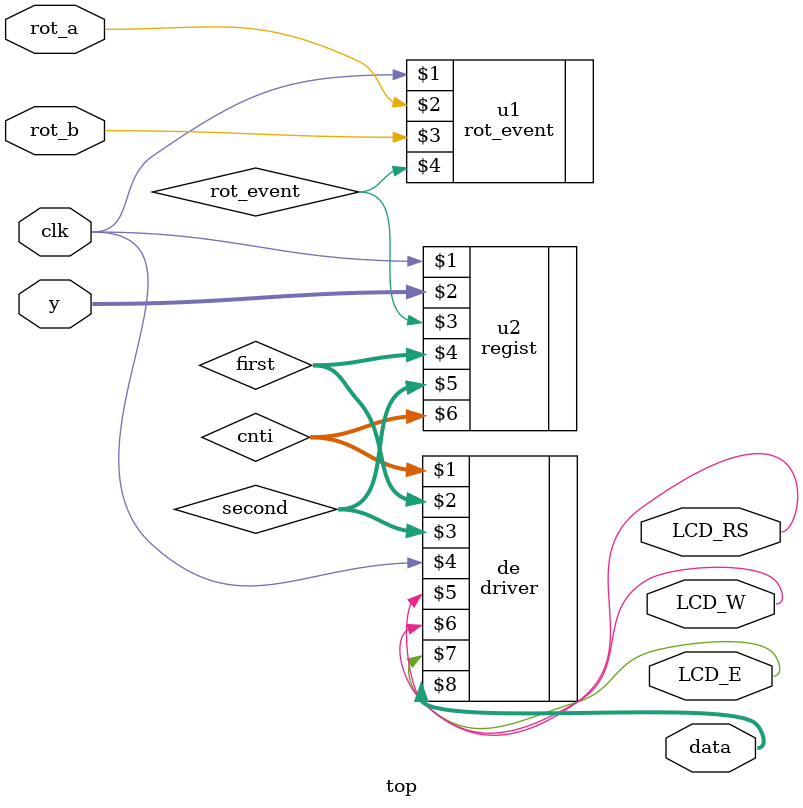
<source format=v>
`timescale 1ns / 1ps
module top(clk,rot_a,rot_b,y,LCD_RS,LCD_W,LCD_E,data
    );
input clk,rot_a,rot_b;
input [3:0] y;
output LCD_RS,LCD_W,LCD_E;
output [3:0] data;
wire LCD_RS,LCD_W,LCD_E;
wire [3:0] data;
wire rot_event;
wire [127:0] first;
wire [127:0] second;
wire [10:0] cnti;
rot_event u1(clk,rot_a,rot_b,rot_event);
regist u2(clk,y,rot_event,first,second,cnti);
driver de(cnti,first,second,clk,LCD_RS,LCD_W,LCD_E,data);

endmodule
</source>
